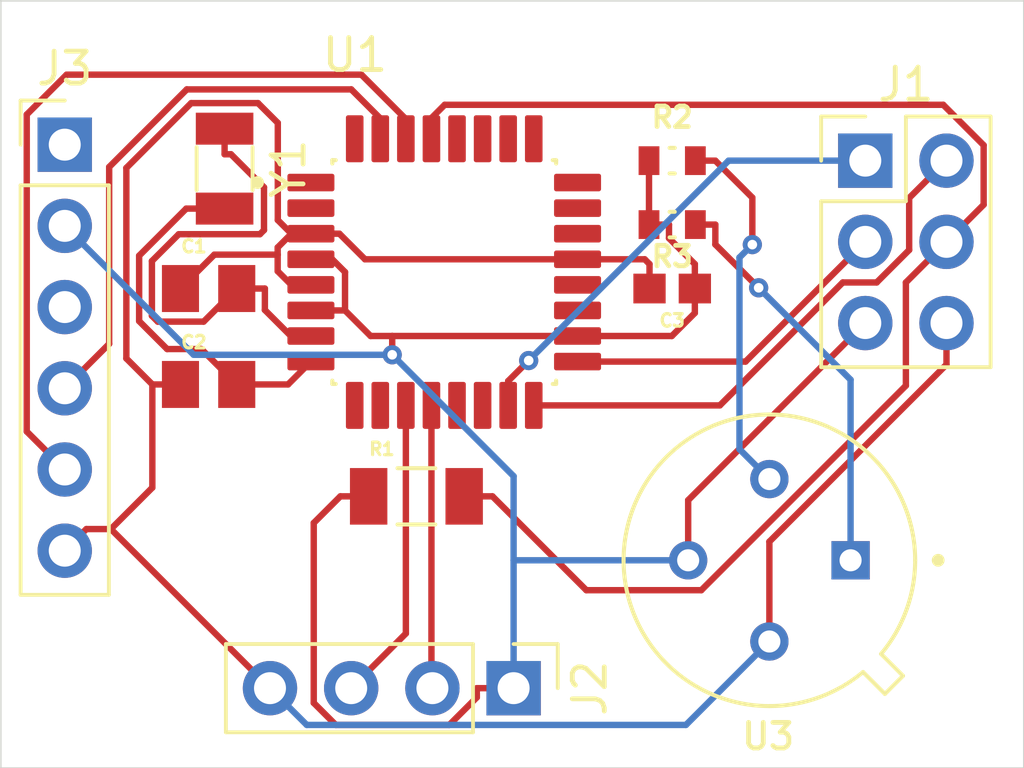
<source format=kicad_pcb>
(kicad_pcb (version 20241229) (generator "pcbnew") (generator_version "9.0")
  (layers (0 "F.Cu" signal) (2 "B.Cu" signal) (13 "F.Paste" user) (15 "B.Paste" user) (5 "F.SilkS" user "F.Silkscreen") (7 "B.SilkS" user "B.Silkscreen") (1 "F.Mask" user) (3 "B.Mask" user) (25 "Edge.Cuts" user))
  (net 0 "")
  (net 1 "GND")
  (net 2 "Net-(U1-PB6)")
  (net 3 "Net-(U1-PB7)")
  (net 4 "VCC")
  (net 5 "/MOSI")
  (net 6 "/MISO")
  (net 7 "/RESET")
  (net 8 "/SCL")
  (net 9 "/D7_RX")
  (net 10 "/D8_TX")
  (net 11 "/TX")
  (net 13 "/RX")
  (net 15 "/A4")
  (net 16 "/A5")
  (net 18 "/D10")
  (net 19 "/A0")
  (net 20 "/D3")
  (net 23 "/D9")
  (net 25 "/A3")
  (net 26 "/D4")
  (net 27 "/D2")
  (net 29 "/D5")
  (net 30 "/A1")
  (net 31 "/D6")
  (net 32 "/A2")
  (footprint "custom_footprints:CAPC2012X94N" (layer "F.Cu") (at 141.5 90)
    (property "Reference" "C1" (at -0.46 -1.32 0) (layer "F.SilkS") (effects (font (size 0.393701 0.393701) (thickness 0.098425))))
    (property "Value" "08055C220JAT2A")
    (pad "1" smd rect (at -0.88 0) (size 1.16 1.47) (layers "F.Cu" "F.Mask" "F.Paste") (net 1 "GND"))
    (pad "2" smd rect (at 0.88 0) (size 1.16 1.47) (layers "F.Cu" "F.Mask" "F.Paste") (net 2 "Net-(U1-PB6)"))
  )
  (footprint "Connector_PinHeader_2.54mm:PinHeader_1x04_P2.54mm_Vertical" (layer "F.Cu") (at 151.04 102.5 -90)
    (property "Reference" "J2" (at 0 -2.38 270) (layer "F.SilkS"))
    (property "Value" "GPS_Connection")
    (fp_line (start -1.38 9) (end 1.38 9) (stroke (width 0.12)) (layer "F.SilkS"))
    (fp_line (start -1.38 1.27) (end -1.38 9) (stroke (width 0.12)) (layer "F.SilkS"))
    (fp_line (start -1.38 1.27) (end 1.38 1.27) (stroke (width 0.12)) (layer "F.SilkS"))
    (fp_line (start 1.38 1.27) (end 1.38 9) (stroke (width 0.12)) (layer "F.SilkS"))
    (fp_line (start -1.38 0) (end -1.38 -1.38) (stroke (width 0.12)) (layer "F.SilkS"))
    (fp_line (start -1.38 -1.38) (end 0 -1.38) (stroke (width 0.12)) (layer "F.SilkS"))
    (pad "1" thru_hole rect (at 0 0 270) (size 1.7 1.7) (drill 1) (layers "*.Cu" "*.Mask") (net 4 "VCC"))
    (pad "2" thru_hole circle (at 0 2.54 270) (size 1.7 1.7) (drill 1) (layers "*.Cu" "*.Mask") (net 10 "/D8_TX"))
    (pad "3" thru_hole circle (at 0 5.08 270) (size 1.7 1.7) (drill 1) (layers "*.Cu" "*.Mask") (net 9 "/D7_RX"))
    (pad "4" thru_hole circle (at 0 7.62 270) (size 1.7 1.7) (drill 1) (layers "*.Cu" "*.Mask") (net 1 "GND"))
  )
  (footprint "custom_footprints:CAPC2012X94N" (layer "F.Cu") (at 141.5 93)
    (property "Reference" "C2" (at -0.46 -1.32 0) (layer "F.SilkS") (effects (font (size 0.393701 0.393701) (thickness 0.098425))))
    (property "Value" "08055C220JAT2A")
    (pad "1" smd rect (at -0.88 0) (size 1.16 1.47) (layers "F.Cu" "F.Mask" "F.Paste") (net 1 "GND"))
    (pad "2" smd rect (at 0.88 0) (size 1.16 1.47) (layers "F.Cu" "F.Mask" "F.Paste") (net 3 "Net-(U1-PB7)"))
  )
  (footprint "Connector_PinHeader_2.54mm:PinHeader_2x03_P2.54mm_Vertical" (layer "F.Cu") (at 162.04 86)
    (property "Reference" "J1" (at 1.27 -2.38 0) (layer "F.SilkS"))
    (property "Value" "ISP")
    (fp_line (start -1.38 -1.38) (end 0 -1.38) (stroke (width 0.12)) (layer "F.SilkS"))
    (fp_line (start -1.38 0) (end -1.38 -1.38) (stroke (width 0.12)) (layer "F.SilkS"))
    (fp_line (start -1.38 1.27) (end -1.38 6.46) (stroke (width 0.12)) (layer "F.SilkS"))
    (fp_line (start -1.38 1.27) (end 1.27 1.27) (stroke (width 0.12)) (layer "F.SilkS"))
    (fp_line (start -1.38 6.46) (end 3.92 6.46) (stroke (width 0.12)) (layer "F.SilkS"))
    (fp_line (start 1.27 -1.38) (end 3.92 -1.38) (stroke (width 0.12)) (layer "F.SilkS"))
    (fp_line (start 1.27 1.27) (end 1.27 -1.38) (stroke (width 0.12)) (layer "F.SilkS"))
    (fp_line (start 3.92 -1.38) (end 3.92 6.46) (stroke (width 0.12)) (layer "F.SilkS"))
    (pad "1" thru_hole rect (at 0 0) (size 1.7 1.7) (drill 1) (layers "*.Cu" "*.Mask") (net 5 "/MOSI"))
    (pad "2" thru_hole circle (at 2.54 0) (size 1.7 1.7) (drill 1) (layers "*.Cu" "*.Mask") (net 6 "/MISO"))
    (pad "3" thru_hole circle (at 0 2.54) (size 1.7 1.7) (drill 1) (layers "*.Cu" "*.Mask") (net 8 "/SCL"))
    (pad "4" thru_hole circle (at 2.54 2.54) (size 1.7 1.7) (drill 1) (layers "*.Cu" "*.Mask") (net 7 "/RESET"))
    (pad "5" thru_hole circle (at 0 5.08) (size 1.7 1.7) (drill 1) (layers "*.Cu" "*.Mask") (net 4 "VCC"))
    (pad "6" thru_hole circle (at 2.54 5.08) (size 1.7 1.7) (drill 1) (layers "*.Cu" "*.Mask") (net 1 "GND"))
  )
  (footprint "custom_footprints:TO254P912H435-4" (layer "F.Cu") (at 159.04 98.5 180)
    (property "Reference" "U3" (at 0.04 -5.508 0) (layer "F.SilkS") (effects (font (size 0.8 0.8))))
    (property "Value" "MLX90614ESF-AAA-000-TU")
    (fp_line (start -2.92913 -3.49482) (end -3.61361 -4.1793) (stroke (width 0.127)) (layer "F.SilkS"))
    (fp_line (start -3.61361 -4.1793) (end -4.1793 -3.61361) (stroke (width 0.127)) (layer "F.SilkS"))
    (fp_line (start -4.1793 -3.61361) (end -3.49482 -2.92913) (stroke (width 0.127)) (layer "F.SilkS"))
    (fp_arc (start 4.56 0) (mid 3.224407 3.224407) (end 0 4.56) (stroke (width 0.127)) (layer "F.SilkS"))
    (fp_arc (start 0 4.56) (mid -3.224407 3.224407) (end -4.56 0) (stroke (width 0.127)) (layer "F.SilkS"))
    (fp_arc (start 0 -4.56) (mid 3.224407 -3.224407) (end 4.56 0) (stroke (width 0.127)) (layer "F.SilkS"))
    (fp_arc (start -2.92913 -3.49482) (mid -1.558397 -4.285439) (end 0 -4.56) (stroke (width 0.127)) (layer "F.SilkS"))
    (fp_arc (start -4.56 0) (mid -4.285439 -1.558397) (end -3.49482 -2.92913) (stroke (width 0.127)) (layer "F.SilkS"))
    (fp_circle (center -5.28 0) (end -5.18 0) (stroke (width 0.2)) (fill no) (layer "F.SilkS"))
    (pad "1" thru_hole rect (at -2.54 0 180) (size 1.198 1.198) (drill 0.69) (layers "*.Cu" "*.Mask") (net 16 "/A5"))
    (pad "2" thru_hole circle (at 0 2.54 180) (size 1.198 1.198) (drill 0.69) (layers "*.Cu" "*.Mask") (net 15 "/A4"))
    (pad "3" thru_hole circle (at 2.54 0 180) (size 1.198 1.198) (drill 0.69) (layers "*.Cu" "*.Mask") (net 4 "VCC"))
    (pad "4" thru_hole circle (at 0 -2.54 180) (size 1.198 1.198) (drill 0.69) (layers "*.Cu" "*.Mask") (net 1 "GND"))
  )
  (footprint "custom_footprints:RES_ERJU03J472V" (layer "F.Cu") (at 156 88)
    (property "Reference" "R3" (at 0 1 0) (layer "F.SilkS") (effects (font (size 0.64 0.64))))
    (property "Value" "ERJU03J472V")
    (fp_line (start -0.08 -0.4) (end 0.08 -0.4) (stroke (width 0.127)) (layer "F.SilkS"))
    (fp_line (start -0.08 0.4) (end 0.08 0.4) (stroke (width 0.127)) (layer "F.SilkS"))
    (pad "1" smd rect (at -0.725 0) (size 0.65 0.9) (layers "F.Cu" "F.Mask" "F.Paste") (net 4 "VCC"))
    (pad "2" smd rect (at 0.725 0) (size 0.65 0.9) (layers "F.Cu" "F.Mask" "F.Paste") (net 16 "/A5"))
  )
  (footprint "Connector_PinHeader_2.54mm:PinHeader_1x06_P2.54mm_Vertical" (layer "F.Cu") (at 137 85.5)
    (property "Reference" "J3" (at 0 -2.38 0) (layer "F.SilkS"))
    (property "Value" "GSM_SIM800L")
    (fp_line (start -1.38 -1.38) (end 0 -1.38) (stroke (width 0.12)) (layer "F.SilkS"))
    (fp_line (start -1.38 0) (end -1.38 -1.38) (stroke (width 0.12)) (layer "F.SilkS"))
    (fp_line (start -1.38 1.27) (end -1.38 14.08) (stroke (width 0.12)) (layer "F.SilkS"))
    (fp_line (start -1.38 1.27) (end 1.38 1.27) (stroke (width 0.12)) (layer "F.SilkS"))
    (fp_line (start -1.38 14.08) (end 1.38 14.08) (stroke (width 0.12)) (layer "F.SilkS"))
    (fp_line (start 1.38 1.27) (end 1.38 14.08) (stroke (width 0.12)) (layer "F.SilkS"))
    (pad "1" thru_hole rect (at 0 0) (size 1.7 1.7) (drill 1) (layers "*.Cu" "*.Mask"))
    (pad "2" thru_hole circle (at 0 2.54) (size 1.7 1.7) (drill 1) (layers "*.Cu" "*.Mask") (net 4 "VCC"))
    (pad "3" thru_hole circle (at 0 5.08) (size 1.7 1.7) (drill 1) (layers "*.Cu" "*.Mask"))
    (pad "4" thru_hole circle (at 0 7.62) (size 1.7 1.7) (drill 1) (layers "*.Cu" "*.Mask") (net 11 "/TX"))
    (pad "5" thru_hole circle (at 0 10.16) (size 1.7 1.7) (drill 1) (layers "*.Cu" "*.Mask") (net 13 "/RX"))
    (pad "6" thru_hole circle (at 0 12.7) (size 1.7 1.7) (drill 1) (layers "*.Cu" "*.Mask") (net 1 "GND"))
  )
  (footprint "custom_footprints:CAPC1608X90N" (layer "F.Cu") (at 156 90)
    (property "Reference" "C3" (at 0 1 0) (layer "F.SilkS") (effects (font (size 0.393701 0.393701) (thickness 0.098425))))
    (property "Value" "CGA3E2X7R1H104K080AA")
    (pad "1" smd rect (at -0.709 0) (size 1.01 0.93) (layers "F.Cu" "F.Mask" "F.Paste") (net 1 "GND"))
    (pad "2" smd rect (at 0.709 0) (size 1.01 0.93) (layers "F.Cu" "F.Mask" "F.Paste") (net 4 "VCC"))
  )
  (footprint "custom_footprints:RESC3216X75N" (layer "F.Cu") (at 148 96.5)
    (property "Reference" "R1" (at -1.08 -1.48 0) (layer "F.SilkS") (effects (font (size 0.393701 0.393701) (thickness 0.098425))))
    (property "Value" "CR1206-JW-103ELF")
    (fp_line (start -0.59 -0.88) (end 0.59 -0.88) (stroke (width 0.127)) (layer "F.SilkS"))
    (fp_line (start -0.59 0.88) (end 0.59 0.88) (stroke (width 0.127)) (layer "F.SilkS"))
    (pad "1" smd rect (at -1.494 0) (size 1.17 1.77) (layers "F.Cu" "F.Mask" "F.Paste") (net 4 "VCC"))
    (pad "2" smd rect (at 1.494 0) (size 1.17 1.77) (layers "F.Cu" "F.Mask" "F.Paste") (net 7 "/RESET"))
  )
  (footprint "custom_footprints:RES_ERJU03J472V" (layer "F.Cu") (at 156 86)
    (property "Reference" "R2" (at 0 -1.3564 0) (layer "F.SilkS") (effects (font (size 0.64 0.64))))
    (property "Value" "ERJU03J472V")
    (fp_line (start -0.08 -0.4) (end 0.08 -0.4) (stroke (width 0.127)) (layer "F.SilkS"))
    (fp_line (start -0.08 0.4) (end 0.08 0.4) (stroke (width 0.127)) (layer "F.SilkS"))
    (pad "1" smd rect (at -0.725 0) (size 0.65 0.9) (layers "F.Cu" "F.Mask" "F.Paste") (net 4 "VCC"))
    (pad "2" smd rect (at 0.725 0) (size 0.65 0.9) (layers "F.Cu" "F.Mask" "F.Paste") (net 15 "/A4"))
  )
  (footprint "custom_footprints:QFP80P900X900X120-32N" (layer "F.Cu") (at 148.87 89.485)
    (property "Reference" "U1" (at -2.795 -6.79 0) (layer "F.SilkS"))
    (property "Value" "ATMEGA328P-AU")
    (fp_line (start -3.5 -3.5) (end -3.5 -3.395) (stroke (width 0.127)) (layer "F.SilkS"))
    (fp_line (start -3.5 -3.5) (end -3.395 -3.5) (stroke (width 0.127)) (layer "F.SilkS"))
    (fp_line (start -3.5 3.5) (end -3.5 3.395) (stroke (width 0.127)) (layer "F.SilkS"))
    (fp_line (start -3.5 3.5) (end -3.395 3.5) (stroke (width 0.127)) (layer "F.SilkS"))
    (fp_line (start 3.5 -3.5) (end 3.395 -3.5) (stroke (width 0.127)) (layer "F.SilkS"))
    (fp_line (start 3.5 -3.5) (end 3.5 -3.395) (stroke (width 0.127)) (layer "F.SilkS"))
    (fp_line (start 3.5 3.5) (end 3.395 3.5) (stroke (width 0.127)) (layer "F.SilkS"))
    (fp_line (start 3.5 3.5) (end 3.5 3.395) (stroke (width 0.127)) (layer "F.SilkS"))
    (fp_circle (center -5.84 -2.8) (end -5.74 -2.8) (stroke (width 0.2)) (fill no) (layer "F.SilkS"))
    (pad "1" smd roundrect (at -4.17 -2.8) (size 1.47 0.55) (layers "F.Cu" "F.Mask" "F.Paste") (roundrect_rratio 0.125) (net 20 "/D3"))
    (pad "2" smd roundrect (at -4.17 -2) (size 1.47 0.55) (layers "F.Cu" "F.Mask" "F.Paste") (roundrect_rratio 0.125) (net 26 "/D4"))
    (pad "3" smd roundrect (at -4.17 -1.2) (size 1.47 0.55) (layers "F.Cu" "F.Mask" "F.Paste") (roundrect_rratio 0.125) (net 1 "GND"))
    (pad "4" smd roundrect (at -4.17 -0.4) (size 1.47 0.55) (layers "F.Cu" "F.Mask" "F.Paste") (roundrect_rratio 0.125) (net 4 "VCC"))
    (pad "5" smd roundrect (at -4.17 0.4) (size 1.47 0.55) (layers "F.Cu" "F.Mask" "F.Paste") (roundrect_rratio 0.125) (net 1 "GND"))
    (pad "6" smd roundrect (at -4.17 1.2) (size 1.47 0.55) (layers "F.Cu" "F.Mask" "F.Paste") (roundrect_rratio 0.125) (net 4 "VCC"))
    (pad "7" smd roundrect (at -4.17 2) (size 1.47 0.55) (layers "F.Cu" "F.Mask" "F.Paste") (roundrect_rratio 0.125) (net 2 "Net-(U1-PB6)"))
    (pad "8" smd roundrect (at -4.17 2.8) (size 1.47 0.55) (layers "F.Cu" "F.Mask" "F.Paste") (roundrect_rratio 0.125) (net 3 "Net-(U1-PB7)"))
    (pad "9" smd roundrect (at -2.8 4.17) (size 0.55 1.47) (layers "F.Cu" "F.Mask" "F.Paste") (roundrect_rratio 0.125) (net 29 "/D5"))
    (pad "10" smd roundrect (at -2 4.17) (size 0.55 1.47) (layers "F.Cu" "F.Mask" "F.Paste") (roundrect_rratio 0.125) (net 31 "/D6"))
    (pad "11" smd roundrect (at -1.2 4.17) (size 0.55 1.47) (layers "F.Cu" "F.Mask" "F.Paste") (roundrect_rratio 0.125) (net 9 "/D7_RX"))
    (pad "12" smd roundrect (at -0.4 4.17) (size 0.55 1.47) (layers "F.Cu" "F.Mask" "F.Paste") (roundrect_rratio 0.125) (net 10 "/D8_TX"))
    (pad "13" smd roundrect (at 0.4 4.17) (size 0.55 1.47) (layers "F.Cu" "F.Mask" "F.Paste") (roundrect_rratio 0.125) (net 23 "/D9"))
    (pad "14" smd roundrect (at 1.2 4.17) (size 0.55 1.47) (layers "F.Cu" "F.Mask" "F.Paste") (roundrect_rratio 0.125) (net 18 "/D10"))
    (pad "15" smd roundrect (at 2 4.17) (size 0.55 1.47) (layers "F.Cu" "F.Mask" "F.Paste") (roundrect_rratio 0.125) (net 5 "/MOSI"))
    (pad "16" smd roundrect (at 2.8 4.17) (size 0.55 1.47) (layers "F.Cu" "F.Mask" "F.Paste") (roundrect_rratio 0.125) (net 6 "/MISO"))
    (pad "17" smd roundrect (at 4.17 2.8) (size 1.47 0.55) (layers "F.Cu" "F.Mask" "F.Paste") (roundrect_rratio 0.125) (net 8 "/SCL"))
    (pad "18" smd roundrect (at 4.17 2) (size 1.47 0.55) (layers "F.Cu" "F.Mask" "F.Paste") (roundrect_rratio 0.125) (net 4 "VCC"))
    (pad "19" smd roundrect (at 4.17 1.2) (size 1.47 0.55) (layers "F.Cu" "F.Mask" "F.Paste") (roundrect_rratio 0.125))
    (pad "20" smd roundrect (at 4.17 0.4) (size 1.47 0.55) (layers "F.Cu" "F.Mask" "F.Paste") (roundrect_rratio 0.125))
    (pad "21" smd roundrect (at 4.17 -0.4) (size 1.47 0.55) (layers "F.Cu" "F.Mask" "F.Paste") (roundrect_rratio 0.125) (net 1 "GND"))
    (pad "22" smd roundrect (at 4.17 -1.2) (size 1.47 0.55) (layers "F.Cu" "F.Mask" "F.Paste") (roundrect_rratio 0.125))
    (pad "23" smd roundrect (at 4.17 -2) (size 1.47 0.55) (layers "F.Cu" "F.Mask" "F.Paste") (roundrect_rratio 0.125) (net 19 "/A0"))
    (pad "24" smd roundrect (at 4.17 -2.8) (size 1.47 0.55) (layers "F.Cu" "F.Mask" "F.Paste") (roundrect_rratio 0.125) (net 30 "/A1"))
    (pad "25" smd roundrect (at 2.8 -4.17) (size 0.55 1.47) (layers "F.Cu" "F.Mask" "F.Paste") (roundrect_rratio 0.125) (net 32 "/A2"))
    (pad "26" smd roundrect (at 2 -4.17) (size 0.55 1.47) (layers "F.Cu" "F.Mask" "F.Paste") (roundrect_rratio 0.125) (net 25 "/A3"))
    (pad "27" smd roundrect (at 1.2 -4.17) (size 0.55 1.47) (layers "F.Cu" "F.Mask" "F.Paste") (roundrect_rratio 0.125))
    (pad "28" smd roundrect (at 0.4 -4.17) (size 0.55 1.47) (layers "F.Cu" "F.Mask" "F.Paste") (roundrect_rratio 0.125))
    (pad "29" smd roundrect (at -0.4 -4.17) (size 0.55 1.47) (layers "F.Cu" "F.Mask" "F.Paste") (roundrect_rratio 0.125) (net 7 "/RESET"))
    (pad "30" smd roundrect (at -1.2 -4.17) (size 0.55 1.47) (layers "F.Cu" "F.Mask" "F.Paste") (roundrect_rratio 0.125) (net 13 "/RX"))
    (pad "31" smd roundrect (at -2 -4.17) (size 0.55 1.47) (layers "F.Cu" "F.Mask" "F.Paste") (roundrect_rratio 0.125) (net 11 "/TX"))
    (pad "32" smd roundrect (at -2.8 -4.17) (size 0.55 1.47) (layers "F.Cu" "F.Mask" "F.Paste") (roundrect_rratio 0.125) (net 27 "/D2"))
  )
  (footprint "Crystal:Crystal_SMD_3215-2Pin_3.2x1.5mm" (layer "F.Cu") (at 142 86.25 -90)
    (property "Reference" "Y1" (at 0 -2 90) (layer "F.SilkS"))
    (property "Value" "Crystal_Small")
    (fp_line (start -0.675 0.875) (end 0.675 0.875) (stroke (width 0.12)) (layer "F.SilkS"))
    (fp_line (start -0.675 -0.875) (end 0.675 -0.875) (stroke (width 0.12)) (layer "F.SilkS"))
    (pad "1" smd rect (at 1.25 0 270) (size 1 1.8) (layers "F.Cu" "F.Mask" "F.Paste") (net 3 "Net-(U1-PB7)"))
    (pad "2" smd rect (at -1.25 0 270) (size 1 1.8) (layers "F.Cu" "F.Mask" "F.Paste") (net 2 "Net-(U1-PB6)"))
  )
  (gr_rect (start 135 81) (end 167 105) (stroke (width 0.05)) (fill no) (layer "Edge.Cuts"))
  (segment (start 141.6799 88.9401) (end 140.62 90) (width 0.2) (layer "F.Cu") (net 1))
  (segment (start 138.9269 86.2276) (end 140.9547 84.1998) (width 0.2) (layer "F.Cu") (net 1))
  (segment (start 140.62 93) (end 139.74 93) (width 0.2) (layer "F.Cu") (net 1))
  (segment (start 159.04 101.04) (end 159.04 97.9175) (width 0.2) (layer "F.Cu") (net 1))
  (segment (start 143.6603 88.9401) (end 141.6799 88.9401) (width 0.2) (layer "F.Cu") (net 1))
  (segment (start 143.6645 87.859) (end 144.0905 88.285) (width 0.2) (layer "F.Cu") (net 1))
  (segment (start 153.04 89.085) (end 146.3915 89.085) (width 0.2) (layer "F.Cu") (net 1))
  (segment (start 143.045 84.1998) (end 143.6645 84.8193) (width 0.2) (layer "F.Cu") (net 1))
  (segment (start 137 98.2) (end 137.6765 97.5235) (width 0.2) (layer "F.Cu") (net 1))
  (segment (start 144.0905 88.285) (end 144.7 88.285) (width 0.2) (layer "F.Cu") (net 1))
  (segment (start 144.0886 89.885) (end 144.7 89.885) (width 0.2) (layer "F.Cu") (net 1))
  (segment (start 140.9547 84.1998) (end 143.045 84.1998) (width 0.2) (layer "F.Cu") (net 1))
  (segment (start 143.6645 84.8193) (end 143.6645 87.859) (width 0.2) (layer "F.Cu") (net 1))
  (segment (start 138.4435 97.5235) (end 143.42 102.5) (width 0.2) (layer "F.Cu") (net 1))
  (segment (start 139.74 93) (end 139.74 96.227) (width 0.2) (layer "F.Cu") (net 1))
  (segment (start 145.5915 88.285) (end 144.7 88.285) (width 0.2) (layer "F.Cu") (net 1))
  (segment (start 137.6765 97.5235) (end 138.4435 97.5235) (width 0.2) (layer "F.Cu") (net 1))
  (segment (start 143.6603 89.4567) (end 144.0886 89.885) (width 0.2) (layer "F.Cu") (net 1))
  (segment (start 164.58 92.3775) (end 164.58 91.08) (width 0.2) (layer "F.Cu") (net 1))
  (segment (start 139.74 93) (end 139.7399 93) (width 0.2) (layer "F.Cu") (net 1))
  (segment (start 143.6603 88.9401) (end 143.6603 89.4567) (width 0.2) (layer "F.Cu") (net 1))
  (segment (start 153.04 89.085) (end 155.1411 89.085) (width 0.2) (layer "F.Cu") (net 1))
  (segment (start 159.04 97.9175) (end 164.58 92.3775) (width 0.2) (layer "F.Cu") (net 1))
  (segment (start 146.3915 89.085) (end 145.5915 88.285) (width 0.2) (layer "F.Cu") (net 1))
  (segment (start 144.0905 88.285) (end 143.6603 88.7152) (width 0.2) (layer "F.Cu") (net 1))
  (segment (start 139.74 96.227) (end 138.4435 97.5235) (width 0.2) (layer "F.Cu") (net 1))
  (segment (start 138.9269 92.187) (end 138.9269 86.2276) (width 0.2) (layer "F.Cu") (net 1))
  (segment (start 139.7399 93) (end 138.9269 92.187) (width 0.2) (layer "F.Cu") (net 1))
  (segment (start 155.1411 89.085) (end 155.291 89.2349) (width 0.2) (layer "F.Cu") (net 1))
  (segment (start 155.291 90) (end 155.291 89.2349) (width 0.2) (layer "F.Cu") (net 1))
  (segment (start 143.6603 88.7152) (end 143.6603 88.9401) (width 0.2) (layer "F.Cu") (net 1))
  (segment (start 156.4298 103.6502) (end 159.04 101.04) (width 0.2) (layer "B.Cu") (net 1))
  (segment (start 144.5702 103.6502) (end 156.4298 103.6502) (width 0.2) (layer "B.Cu") (net 1))
  (segment (start 143.42 102.5) (end 144.5702 103.6502) (width 0.2) (layer "B.Cu") (net 1))
  (segment (start 143.2323 86.8324) (end 143.2323 88.1733) (width 0.2) (layer "F.Cu") (net 2))
  (segment (start 142 85) (end 142 85.8001) (width 0.2) (layer "F.Cu") (net 2))
  (segment (start 143.2601 90.6714) (end 144.0737 91.485) (width 0.2) (layer "F.Cu") (net 2))
  (segment (start 142.2 85.8001) (end 143.2323 86.8324) (width 0.2) (layer "F.Cu") (net 2))
  (segment (start 139.7271 89.1403) (end 139.7271 90.8527) (width 0.2) (layer "F.Cu") (net 2))
  (segment (start 141.3448 91.0352) (end 142.38 90) (width 0.2) (layer "F.Cu") (net 2))
  (segment (start 143.2323 88.1733) (end 143.1054 88.3002) (width 0.2) (layer "F.Cu") (net 2))
  (segment (start 144.0737 91.485) (end 144.7 91.485) (width 0.2) (layer "F.Cu") (net 2))
  (segment (start 142 85.8001) (end 142.2 85.8001) (width 0.2) (layer "F.Cu") (net 2))
  (segment (start 143.2601 90) (end 143.2601 90.6714) (width 0.2) (layer "F.Cu") (net 2))
  (segment (start 139.7271 90.8527) (end 139.9096 91.0352) (width 0.2) (layer "F.Cu") (net 2))
  (segment (start 142.38 90) (end 143.2601 90) (width 0.2) (layer "F.Cu") (net 2))
  (segment (start 139.9096 91.0352) (end 141.3448 91.0352) (width 0.2) (layer "F.Cu") (net 2))
  (segment (start 143.1054 88.3002) (end 140.5672 88.3002) (width 0.2) (layer "F.Cu") (net 2))
  (segment (start 140.5672 88.3002) (end 139.7271 89.1403) (width 0.2) (layer "F.Cu") (net 2))
  (segment (start 140.7999 87.5) (end 139.327 88.9729) (width 0.2) (layer "F.Cu") (net 3))
  (segment (start 144.7 92.285) (end 143.985 93) (width 0.2) (layer "F.Cu") (net 3))
  (segment (start 140.2014 91.8928) (end 141.2728 91.8928) (width 0.2) (layer "F.Cu") (net 3))
  (segment (start 139.327 88.9729) (end 139.327 91.0184) (width 0.2) (layer "F.Cu") (net 3))
  (segment (start 141.2728 91.8928) (end 142.38 93) (width 0.2) (layer "F.Cu") (net 3))
  (segment (start 142 87.5) (end 140.7999 87.5) (width 0.2) (layer "F.Cu") (net 3))
  (segment (start 143.985 93) (end 142.38 93) (width 0.2) (layer "F.Cu") (net 3))
  (segment (start 139.327 91.0184) (end 140.2014 91.8928) (width 0.2) (layer "F.Cu") (net 3))
  (segment (start 145.7668 89.485) (end 145.3668 89.085) (width 0.2) (layer "F.Cu") (net 4))
  (segment (start 156.709 90) (end 156.709 89.2349) (width 0.2) (layer "F.Cu") (net 4))
  (segment (start 144.7885 102.9607) (end 144.7885 97.3324) (width 0.2) (layer "F.Cu") (net 4))
  (segment (start 144.7885 97.3324) (end 145.6209 96.5) (width 0.2) (layer "F.Cu") (net 4))
  (segment (start 156.5 98.5) (end 156.5 96.62) (width 0.2) (layer "F.Cu") (net 4))
  (segment (start 155.9001 88.426) (end 155.9001 88) (width 0.2) (layer "F.Cu") (net 4))
  (segment (start 155.275 86) (end 155.275 88) (width 0.2) (layer "F.Cu") (net 4))
  (segment (start 149.0274 103.6501) (end 145.4779 103.6501) (width 0.2) (layer "F.Cu") (net 4))
  (segment (start 156.709 90.7651) (end 155.9891 91.485) (width 0.2) (layer "F.Cu") (net 4))
  (segment (start 145.7668 90.685) (end 145.7668 89.485) (width 0.2) (layer "F.Cu") (net 4))
  (segment (start 155.9891 91.485) (end 153.04 91.485) (width 0.2) (layer "F.Cu") (net 4))
  (segment (start 156.5 96.62) (end 162.04 91.08) (width 0.2) (layer "F.Cu") (net 4))
  (segment (start 156.709 90) (end 156.709 90.7651) (width 0.2) (layer "F.Cu") (net 4))
  (segment (start 155.275 88) (end 155.9001 88) (width 0.2) (layer "F.Cu") (net 4))
  (segment (start 144.7 90.685) (end 145.7668 90.685) (width 0.2) (layer "F.Cu") (net 4))
  (segment (start 149.8899 102.7876) (end 149.0274 103.6501) (width 0.2) (layer "F.Cu") (net 4))
  (segment (start 145.4779 103.6501) (end 144.7885 102.9607) (width 0.2) (layer "F.Cu") (net 4))
  (segment (start 153.04 91.485) (end 147.243 91.485) (width 0.2) (layer "F.Cu") (net 4))
  (segment (start 147.243 91.485) (end 147.243 92.0723) (width 0.2) (layer "F.Cu") (net 4))
  (segment (start 156.709 89.2349) (end 155.9001 88.426) (width 0.2) (layer "F.Cu") (net 4))
  (segment (start 146.506 96.5) (end 145.6209 96.5) (width 0.2) (layer "F.Cu") (net 4))
  (segment (start 145.3668 89.085) (end 144.7 89.085) (width 0.2) (layer "F.Cu") (net 4))
  (segment (start 151.04 102.5) (end 149.8899 102.5) (width 0.2) (layer "F.Cu") (net 4))
  (segment (start 149.8899 102.5) (end 149.8899 102.7876) (width 0.2) (layer "F.Cu") (net 4))
  (segment (start 147.243 91.485) (end 146.5668 91.485) (width 0.2) (layer "F.Cu") (net 4))
  (segment (start 146.5668 91.485) (end 145.7668 90.685) (width 0.2) (layer "F.Cu") (net 4))
  (via (at 147.243 92.0723) (size 0.6) (drill 0.3) (layers "F.Cu" "B.Cu") (net 4))
  (segment (start 151.04 98.5) (end 156.5 98.5) (width 0.2) (layer "B.Cu") (net 4))
  (segment (start 147.243 92.0723) (end 151.04 95.8693) (width 0.2) (layer "B.Cu") (net 4))
  (segment (start 147.243 92.0723) (end 141.0323 92.0723) (width 0.2) (layer "B.Cu") (net 4))
  (segment (start 141.0323 92.0723) (end 137 88.04) (width 0.2) (layer "B.Cu") (net 4))
  (segment (start 151.04 98.5) (end 151.04 102.5) (width 0.2) (layer "B.Cu") (net 4))
  (segment (start 151.04 95.8693) (end 151.04 98.5) (width 0.2) (layer "B.Cu") (net 4))
  (segment (start 150.87 92.894) (end 151.5117 92.2523) (width 0.2) (layer "F.Cu") (net 5))
  (segment (start 150.87 93.655) (end 150.87 92.894) (width 0.2) (layer "F.Cu") (net 5))
  (via (at 151.5117 92.2523) (size 0.6) (drill 0.3) (layers "F.Cu" "B.Cu") (net 5))
  (segment (start 157.764 86) (end 162.04 86) (width 0.2) (layer "B.Cu") (net 5))
  (segment (start 151.5117 92.2523) (end 157.764 86) (width 0.2) (layer "B.Cu") (net 5))
  (segment (start 162.3964 89.8101) (end 163.4125 88.794) (width 0.2) (layer "F.Cu") (net 6))
  (segment (start 151.67 93.655) (end 157.4909 93.655) (width 0.2) (layer "F.Cu") (net 6))
  (segment (start 163.4125 88.794) (end 163.4125 87.1675) (width 0.2) (layer "F.Cu") (net 6))
  (segment (start 163.4125 87.1675) (end 164.58 86) (width 0.2) (layer "F.Cu") (net 6))
  (segment (start 161.3358 89.8101) (end 162.3964 89.8101) (width 0.2) (layer "F.Cu") (net 6))
  (segment (start 157.4909 93.655) (end 161.3358 89.8101) (width 0.2) (layer "F.Cu") (net 6))
  (segment (start 148.47 85.315) (end 148.47 84.6678) (width 0.2) (layer "F.Cu") (net 7))
  (segment (start 163.31 93.0366) (end 163.31 89.81) (width 0.2) (layer "F.Cu") (net 7))
  (segment (start 153.3145 99.4354) (end 156.9112 99.4354) (width 0.2) (layer "F.Cu") (net 7))
  (segment (start 156.9112 99.4354) (end 163.31 93.0366) (width 0.2) (layer "F.Cu") (net 7))
  (segment (start 163.31 89.81) (end 164.58 88.54) (width 0.2) (layer "F.Cu") (net 7))
  (segment (start 149.494 96.5) (end 150.3791 96.5) (width 0.2) (layer "F.Cu") (net 7))
  (segment (start 148.47 84.6678) (end 148.8846 84.2532) (width 0.2) (layer "F.Cu") (net 7))
  (segment (start 165.7422 85.5168) (end 165.7422 87.3778) (width 0.2) (layer "F.Cu") (net 7))
  (segment (start 164.4786 84.2532) (end 165.7422 85.5168) (width 0.2) (layer "F.Cu") (net 7))
  (segment (start 150.3791 96.5) (end 153.3145 99.4354) (width 0.2) (layer "F.Cu") (net 7))
  (segment (start 165.7422 87.3778) (end 164.58 88.54) (width 0.2) (layer "F.Cu") (net 7))
  (segment (start 148.8846 84.2532) (end 164.4786 84.2532) (width 0.2) (layer "F.Cu") (net 7))
  (segment (start 153.04 92.285) (end 158.295 92.285) (width 0.2) (layer "F.Cu") (net 8))
  (segment (start 158.295 92.285) (end 162.04 88.54) (width 0.2) (layer "F.Cu") (net 8))
  (segment (start 147.67 93.655) (end 147.67 100.79) (width 0.2) (layer "F.Cu") (net 9))
  (segment (start 147.67 100.79) (end 145.96 102.5) (width 0.2) (layer "F.Cu") (net 9))
  (segment (start 148.47 93.655) (end 148.47 102.47) (width 0.2) (layer "F.Cu") (net 10))
  (segment (start 148.47 102.47) (end 148.5 102.5) (width 0.2) (layer "F.Cu") (net 10))
  (segment (start 138.3898 86.1988) (end 138.3898 91.7302) (width 0.2) (layer "F.Cu") (net 11))
  (segment (start 145.9621 83.7709) (end 140.8177 83.7709) (width 0.2) (layer "F.Cu") (net 11))
  (segment (start 146.87 84.6788) (end 145.9621 83.7709) (width 0.2) (layer "F.Cu") (net 11))
  (segment (start 140.8177 83.7709) (end 138.3898 86.1988) (width 0.2) (layer "F.Cu") (net 11))
  (segment (start 146.87 85.315) (end 146.87 84.6788) (width 0.2) (layer "F.Cu") (net 11))
  (segment (start 138.3898 91.7302) (end 137 93.12) (width 0.2) (layer "F.Cu") (net 11))
  (segment (start 135.8116 84.5578) (end 135.8116 94.4716) (width 0.2) (layer "F.Cu") (net 13))
  (segment (start 137.0592 83.3102) (end 135.8116 84.5578) (width 0.2) (layer "F.Cu") (net 13))
  (segment (start 147.67 85.315) (end 147.67 84.7008) (width 0.2) (layer "F.Cu") (net 13))
  (segment (start 146.2794 83.3102) (end 137.0592 83.3102) (width 0.2) (layer "F.Cu") (net 13))
  (segment (start 147.67 84.7008) (end 146.2794 83.3102) (width 0.2) (layer "F.Cu") (net 13))
  (segment (start 135.8116 94.4716) (end 137 95.66) (width 0.2) (layer "F.Cu") (net 13))
  (segment (start 157.3501 86) (end 158.5071 87.157) (width 0.2) (layer "F.Cu") (net 15))
  (segment (start 156.725 86) (end 157.3501 86) (width 0.2) (layer "F.Cu") (net 15))
  (segment (start 158.5071 87.157) (end 158.5071 88.6265) (width 0.2) (layer "F.Cu") (net 15))
  (via (at 158.5071 88.6265) (size 0.6) (drill 0.3) (layers "F.Cu" "B.Cu") (net 15))
  (segment (start 158.1049 95.0249) (end 159.04 95.96) (width 0.2) (layer "B.Cu") (net 15))
  (segment (start 158.1049 89.0287) (end 158.1049 95.0249) (width 0.2) (layer "B.Cu") (net 15))
  (segment (start 158.5071 88.6265) (end 158.1049 89.0287) (width 0.2) (layer "B.Cu") (net 15))
  (segment (start 156.725 88) (end 157.3501 88) (width 0.2) (layer "F.Cu") (net 16))
  (segment (start 157.3501 88.6222) (end 158.705 89.9771) (width 0.2) (layer "F.Cu") (net 16))
  (segment (start 157.3501 88) (end 157.3501 88.6222) (width 0.2) (layer "F.Cu") (net 16))
  (via (at 158.705 89.9771) (size 0.6) (drill 0.3) (layers "F.Cu" "B.Cu") (net 16))
  (segment (start 161.58 98.5) (end 161.58 92.8521) (width 0.2) (layer "B.Cu") (net 16))
  (segment (start 161.58 92.8521) (end 158.705 89.9771) (width 0.2) (layer "B.Cu") (net 16))
)
</source>
